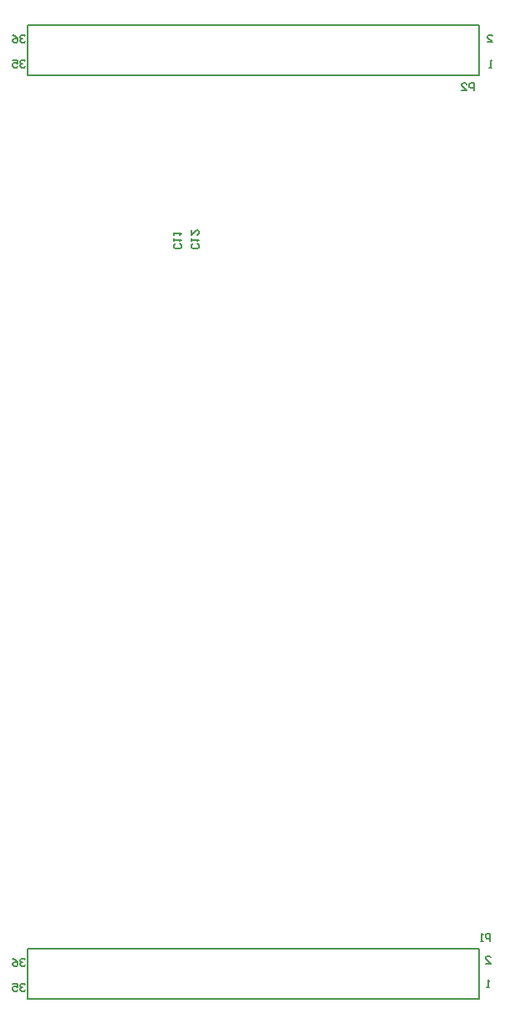
<source format=gbo>
G04*
G04 #@! TF.GenerationSoftware,Altium Limited,Altium Designer,22.4.2 (48)*
G04*
G04 Layer_Color=32896*
%FSLAX25Y25*%
%MOIN*%
G70*
G04*
G04 #@! TF.SameCoordinates,153A9C53-5A63-4743-AA9A-0FD6701F73E5*
G04*
G04*
G04 #@! TF.FilePolarity,Positive*
G04*
G01*
G75*
%ADD12C,0.00787*%
%ADD14C,0.00591*%
D12*
X8177Y208874D02*
X188177D01*
X8177Y228874D02*
X188177D01*
Y208874D02*
Y228874D01*
X8177Y208874D02*
Y228874D01*
Y-159079D02*
X188177D01*
X8177Y-139079D02*
X188177D01*
Y-159079D02*
Y-139079D01*
X8177Y-159079D02*
Y-139079D01*
D14*
X7177Y224334D02*
X6685Y224826D01*
X5701D01*
X5209Y224334D01*
Y223842D01*
X5701Y223350D01*
X6193D01*
X5701D01*
X5209Y222858D01*
Y222366D01*
X5701Y221874D01*
X6685D01*
X7177Y222366D01*
X2258Y224826D02*
X3241Y224334D01*
X4225Y223350D01*
Y222366D01*
X3733Y221874D01*
X2750D01*
X2258Y222366D01*
Y222858D01*
X2750Y223350D01*
X4225D01*
X7177Y214334D02*
X6685Y214826D01*
X5701D01*
X5209Y214334D01*
Y213842D01*
X5701Y213350D01*
X6193D01*
X5701D01*
X5209Y212858D01*
Y212366D01*
X5701Y211874D01*
X6685D01*
X7177Y212366D01*
X2258Y214826D02*
X4225D01*
Y213350D01*
X3241Y213842D01*
X2750D01*
X2258Y213350D01*
Y212366D01*
X2750Y211874D01*
X3733D01*
X4225Y212366D01*
X193177Y211874D02*
X192193D01*
X192685D01*
Y214826D01*
X193177Y214334D01*
X191532Y222000D02*
X193500D01*
X191532Y223968D01*
Y224460D01*
X192024Y224952D01*
X193008D01*
X193500Y224460D01*
X7177Y-143619D02*
X6685Y-143127D01*
X5701D01*
X5209Y-143619D01*
Y-144111D01*
X5701Y-144603D01*
X6193D01*
X5701D01*
X5209Y-145095D01*
Y-145587D01*
X5701Y-146079D01*
X6685D01*
X7177Y-145587D01*
X2258Y-143127D02*
X3241Y-143619D01*
X4225Y-144603D01*
Y-145587D01*
X3733Y-146079D01*
X2750D01*
X2258Y-145587D01*
Y-145095D01*
X2750Y-144603D01*
X4225D01*
X7177Y-153619D02*
X6685Y-153127D01*
X5701D01*
X5209Y-153619D01*
Y-154111D01*
X5701Y-154603D01*
X6193D01*
X5701D01*
X5209Y-155095D01*
Y-155587D01*
X5701Y-156079D01*
X6685D01*
X7177Y-155587D01*
X2258Y-153127D02*
X4225D01*
Y-154603D01*
X3241Y-154111D01*
X2750D01*
X2258Y-154603D01*
Y-155587D01*
X2750Y-156079D01*
X3733D01*
X4225Y-155587D01*
X192177Y-154579D02*
X191193D01*
X191685D01*
Y-151627D01*
X192177Y-152119D01*
X190709Y-145079D02*
X192677D01*
X190709Y-143111D01*
Y-142619D01*
X191201Y-142127D01*
X192185D01*
X192677Y-142619D01*
X75984Y141778D02*
X76476Y141286D01*
Y140302D01*
X75984Y139810D01*
X74016D01*
X73524Y140302D01*
Y141286D01*
X74016Y141778D01*
X73524Y142762D02*
Y143746D01*
Y143254D01*
X76476D01*
X75984Y142762D01*
X73524Y147190D02*
Y145222D01*
X75492Y147190D01*
X75984D01*
X76476Y146698D01*
Y145714D01*
X75984Y145222D01*
X68984Y141770D02*
X69476Y141278D01*
Y140294D01*
X68984Y139802D01*
X67016D01*
X66524Y140294D01*
Y141278D01*
X67016Y141770D01*
X66524Y142754D02*
Y143738D01*
Y143246D01*
X69476D01*
X68984Y142754D01*
X66524Y145214D02*
Y146198D01*
Y145706D01*
X69476D01*
X68984Y145214D01*
X186212Y202772D02*
Y205724D01*
X184736D01*
X184244Y205232D01*
Y204248D01*
X184736Y203756D01*
X186212D01*
X181292Y202772D02*
X183260D01*
X181292Y204740D01*
Y205232D01*
X181784Y205724D01*
X182768D01*
X183260Y205232D01*
X192652Y-136052D02*
Y-133100D01*
X191176D01*
X190684Y-133592D01*
Y-134576D01*
X191176Y-135068D01*
X192652D01*
X189700Y-136052D02*
X188716D01*
X189208D01*
Y-133100D01*
X189700Y-133592D01*
M02*

</source>
